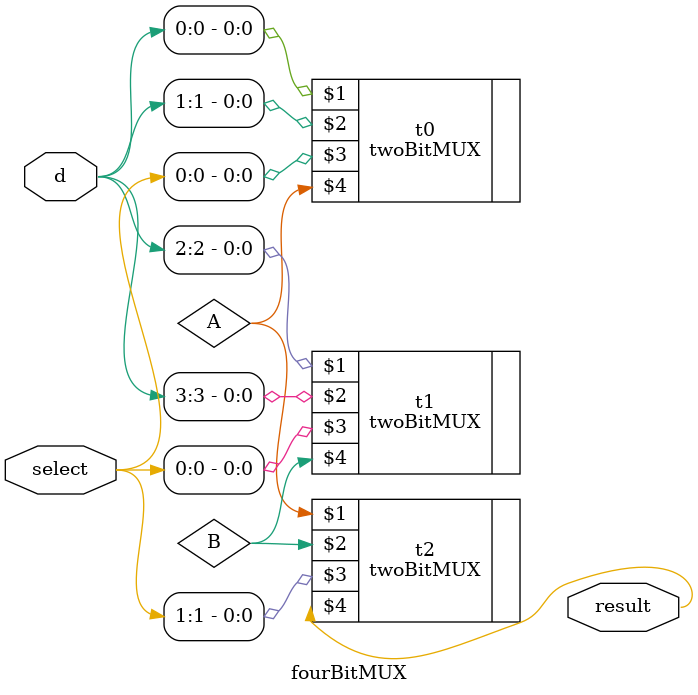
<source format=v>

module fourBitMUX(d, select, result);

  input [0:3] d;
  input [1:0] select;

  output result;

  wire A,B;
  twoBitMUX t0(d[0], d[1], select[0], A);
  twoBitMUX t1(d[2], d[3], select[0], B);
  twoBitMUX t2(A, B, select[1], result);
  
endmodule

/* 
  00 d[0]
  01 d[1]
  10 d[2]
  11 d[3]
*/
</source>
